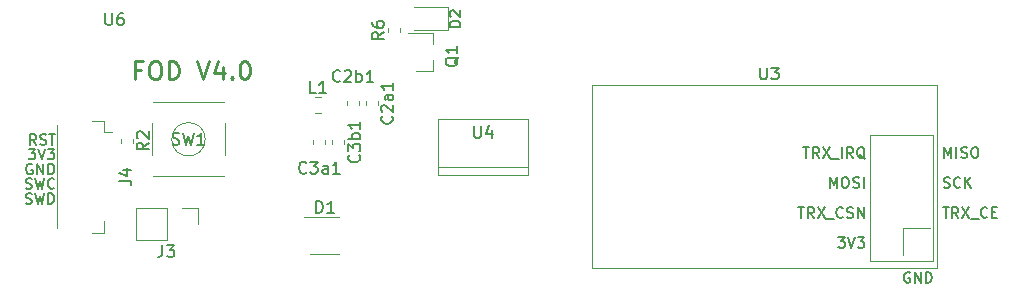
<source format=gto>
%TF.GenerationSoftware,KiCad,Pcbnew,5.99.0-unknown-57e35c9~88~ubuntu19.10.1*%
%TF.CreationDate,2021-08-07T12:38:00-04:00*%
%TF.ProjectId,FOD,464f442e-6b69-4636-9164-5f7063625858,rev?*%
%TF.SameCoordinates,Original*%
%TF.FileFunction,Legend,Top*%
%TF.FilePolarity,Positive*%
%FSLAX46Y46*%
G04 Gerber Fmt 4.6, Leading zero omitted, Abs format (unit mm)*
G04 Created by KiCad (PCBNEW 5.99.0-unknown-57e35c9~88~ubuntu19.10.1) date 2021-08-07 12:38:00*
%MOMM*%
%LPD*%
G01*
G04 APERTURE LIST*
%ADD10C,0.250000*%
%ADD11C,0.200000*%
%ADD12C,0.150000*%
%ADD13C,0.120000*%
G04 APERTURE END LIST*
D10*
X111019642Y-53867857D02*
X110519642Y-53867857D01*
X110519642Y-54653571D02*
X110519642Y-53153571D01*
X111233928Y-53153571D01*
X112091071Y-53153571D02*
X112376785Y-53153571D01*
X112519642Y-53225000D01*
X112662500Y-53367857D01*
X112733928Y-53653571D01*
X112733928Y-54153571D01*
X112662500Y-54439285D01*
X112519642Y-54582142D01*
X112376785Y-54653571D01*
X112091071Y-54653571D01*
X111948214Y-54582142D01*
X111805357Y-54439285D01*
X111733928Y-54153571D01*
X111733928Y-53653571D01*
X111805357Y-53367857D01*
X111948214Y-53225000D01*
X112091071Y-53153571D01*
X113376785Y-54653571D02*
X113376785Y-53153571D01*
X113733928Y-53153571D01*
X113948214Y-53225000D01*
X114091071Y-53367857D01*
X114162500Y-53510714D01*
X114233928Y-53796428D01*
X114233928Y-54010714D01*
X114162500Y-54296428D01*
X114091071Y-54439285D01*
X113948214Y-54582142D01*
X113733928Y-54653571D01*
X113376785Y-54653571D01*
X115805357Y-53153571D02*
X116305357Y-54653571D01*
X116805357Y-53153571D01*
X117948214Y-53653571D02*
X117948214Y-54653571D01*
X117591071Y-53082142D02*
X117233928Y-54153571D01*
X118162500Y-54153571D01*
X118733928Y-54510714D02*
X118805357Y-54582142D01*
X118733928Y-54653571D01*
X118662500Y-54582142D01*
X118733928Y-54510714D01*
X118733928Y-54653571D01*
X119733928Y-53153571D02*
X119876785Y-53153571D01*
X120019642Y-53225000D01*
X120091071Y-53296428D01*
X120162500Y-53439285D01*
X120233928Y-53725000D01*
X120233928Y-54082142D01*
X120162500Y-54367857D01*
X120091071Y-54510714D01*
X120019642Y-54582142D01*
X119876785Y-54653571D01*
X119733928Y-54653571D01*
X119591071Y-54582142D01*
X119519642Y-54510714D01*
X119448214Y-54367857D01*
X119376785Y-54082142D01*
X119376785Y-53725000D01*
X119448214Y-53439285D01*
X119519642Y-53296428D01*
X119591071Y-53225000D01*
X119733928Y-53153571D01*
D11*
X176114285Y-71050000D02*
X176028571Y-71007142D01*
X175900000Y-71007142D01*
X175771428Y-71050000D01*
X175685714Y-71135714D01*
X175642857Y-71221428D01*
X175600000Y-71392857D01*
X175600000Y-71521428D01*
X175642857Y-71692857D01*
X175685714Y-71778571D01*
X175771428Y-71864285D01*
X175900000Y-71907142D01*
X175985714Y-71907142D01*
X176114285Y-71864285D01*
X176157142Y-71821428D01*
X176157142Y-71521428D01*
X175985714Y-71521428D01*
X176542857Y-71907142D02*
X176542857Y-71007142D01*
X177057142Y-71907142D01*
X177057142Y-71007142D01*
X177485714Y-71907142D02*
X177485714Y-71007142D01*
X177700000Y-71007142D01*
X177828571Y-71050000D01*
X177914285Y-71135714D01*
X177957142Y-71221428D01*
X178000000Y-71392857D01*
X178000000Y-71521428D01*
X177957142Y-71692857D01*
X177914285Y-71778571D01*
X177828571Y-71864285D01*
X177700000Y-71907142D01*
X177485714Y-71907142D01*
X170072857Y-68032142D02*
X170630000Y-68032142D01*
X170330000Y-68375000D01*
X170458571Y-68375000D01*
X170544285Y-68417857D01*
X170587142Y-68460714D01*
X170630000Y-68546428D01*
X170630000Y-68760714D01*
X170587142Y-68846428D01*
X170544285Y-68889285D01*
X170458571Y-68932142D01*
X170201428Y-68932142D01*
X170115714Y-68889285D01*
X170072857Y-68846428D01*
X170887142Y-68032142D02*
X171187142Y-68932142D01*
X171487142Y-68032142D01*
X171701428Y-68032142D02*
X172258571Y-68032142D01*
X171958571Y-68375000D01*
X172087142Y-68375000D01*
X172172857Y-68417857D01*
X172215714Y-68460714D01*
X172258571Y-68546428D01*
X172258571Y-68760714D01*
X172215714Y-68846428D01*
X172172857Y-68889285D01*
X172087142Y-68932142D01*
X171830000Y-68932142D01*
X171744285Y-68889285D01*
X171701428Y-68846428D01*
X166687142Y-65492142D02*
X167201428Y-65492142D01*
X166944285Y-66392142D02*
X166944285Y-65492142D01*
X168015714Y-66392142D02*
X167715714Y-65963571D01*
X167501428Y-66392142D02*
X167501428Y-65492142D01*
X167844285Y-65492142D01*
X167930000Y-65535000D01*
X167972857Y-65577857D01*
X168015714Y-65663571D01*
X168015714Y-65792142D01*
X167972857Y-65877857D01*
X167930000Y-65920714D01*
X167844285Y-65963571D01*
X167501428Y-65963571D01*
X168315714Y-65492142D02*
X168915714Y-66392142D01*
X168915714Y-65492142D02*
X168315714Y-66392142D01*
X169044285Y-66477857D02*
X169730000Y-66477857D01*
X170458571Y-66306428D02*
X170415714Y-66349285D01*
X170287142Y-66392142D01*
X170201428Y-66392142D01*
X170072857Y-66349285D01*
X169987142Y-66263571D01*
X169944285Y-66177857D01*
X169901428Y-66006428D01*
X169901428Y-65877857D01*
X169944285Y-65706428D01*
X169987142Y-65620714D01*
X170072857Y-65535000D01*
X170201428Y-65492142D01*
X170287142Y-65492142D01*
X170415714Y-65535000D01*
X170458571Y-65577857D01*
X170801428Y-66349285D02*
X170930000Y-66392142D01*
X171144285Y-66392142D01*
X171230000Y-66349285D01*
X171272857Y-66306428D01*
X171315714Y-66220714D01*
X171315714Y-66135000D01*
X171272857Y-66049285D01*
X171230000Y-66006428D01*
X171144285Y-65963571D01*
X170972857Y-65920714D01*
X170887142Y-65877857D01*
X170844285Y-65835000D01*
X170801428Y-65749285D01*
X170801428Y-65663571D01*
X170844285Y-65577857D01*
X170887142Y-65535000D01*
X170972857Y-65492142D01*
X171187142Y-65492142D01*
X171315714Y-65535000D01*
X171701428Y-66392142D02*
X171701428Y-65492142D01*
X172215714Y-66392142D01*
X172215714Y-65492142D01*
X169387142Y-63852142D02*
X169387142Y-62952142D01*
X169687142Y-63595000D01*
X169987142Y-62952142D01*
X169987142Y-63852142D01*
X170587142Y-62952142D02*
X170758571Y-62952142D01*
X170844285Y-62995000D01*
X170930000Y-63080714D01*
X170972857Y-63252142D01*
X170972857Y-63552142D01*
X170930000Y-63723571D01*
X170844285Y-63809285D01*
X170758571Y-63852142D01*
X170587142Y-63852142D01*
X170501428Y-63809285D01*
X170415714Y-63723571D01*
X170372857Y-63552142D01*
X170372857Y-63252142D01*
X170415714Y-63080714D01*
X170501428Y-62995000D01*
X170587142Y-62952142D01*
X171315714Y-63809285D02*
X171444285Y-63852142D01*
X171658571Y-63852142D01*
X171744285Y-63809285D01*
X171787142Y-63766428D01*
X171830000Y-63680714D01*
X171830000Y-63595000D01*
X171787142Y-63509285D01*
X171744285Y-63466428D01*
X171658571Y-63423571D01*
X171487142Y-63380714D01*
X171401428Y-63337857D01*
X171358571Y-63295000D01*
X171315714Y-63209285D01*
X171315714Y-63123571D01*
X171358571Y-63037857D01*
X171401428Y-62995000D01*
X171487142Y-62952142D01*
X171701428Y-62952142D01*
X171830000Y-62995000D01*
X172215714Y-63852142D02*
X172215714Y-62952142D01*
X167115714Y-60412142D02*
X167630000Y-60412142D01*
X167372857Y-61312142D02*
X167372857Y-60412142D01*
X168444285Y-61312142D02*
X168144285Y-60883571D01*
X167930000Y-61312142D02*
X167930000Y-60412142D01*
X168272857Y-60412142D01*
X168358571Y-60455000D01*
X168401428Y-60497857D01*
X168444285Y-60583571D01*
X168444285Y-60712142D01*
X168401428Y-60797857D01*
X168358571Y-60840714D01*
X168272857Y-60883571D01*
X167930000Y-60883571D01*
X168744285Y-60412142D02*
X169344285Y-61312142D01*
X169344285Y-60412142D02*
X168744285Y-61312142D01*
X169472857Y-61397857D02*
X170158571Y-61397857D01*
X170372857Y-61312142D02*
X170372857Y-60412142D01*
X171315714Y-61312142D02*
X171015714Y-60883571D01*
X170801428Y-61312142D02*
X170801428Y-60412142D01*
X171144285Y-60412142D01*
X171230000Y-60455000D01*
X171272857Y-60497857D01*
X171315714Y-60583571D01*
X171315714Y-60712142D01*
X171272857Y-60797857D01*
X171230000Y-60840714D01*
X171144285Y-60883571D01*
X170801428Y-60883571D01*
X172301428Y-61397857D02*
X172215714Y-61355000D01*
X172130000Y-61269285D01*
X172001428Y-61140714D01*
X171915714Y-61097857D01*
X171830000Y-61097857D01*
X171872857Y-61312142D02*
X171787142Y-61269285D01*
X171701428Y-61183571D01*
X171658571Y-61012142D01*
X171658571Y-60712142D01*
X171701428Y-60540714D01*
X171787142Y-60455000D01*
X171872857Y-60412142D01*
X172044285Y-60412142D01*
X172130000Y-60455000D01*
X172215714Y-60540714D01*
X172258571Y-60712142D01*
X172258571Y-61012142D01*
X172215714Y-61183571D01*
X172130000Y-61269285D01*
X172044285Y-61312142D01*
X171872857Y-61312142D01*
X178915714Y-65492142D02*
X179430000Y-65492142D01*
X179172857Y-66392142D02*
X179172857Y-65492142D01*
X180244285Y-66392142D02*
X179944285Y-65963571D01*
X179730000Y-66392142D02*
X179730000Y-65492142D01*
X180072857Y-65492142D01*
X180158571Y-65535000D01*
X180201428Y-65577857D01*
X180244285Y-65663571D01*
X180244285Y-65792142D01*
X180201428Y-65877857D01*
X180158571Y-65920714D01*
X180072857Y-65963571D01*
X179730000Y-65963571D01*
X180544285Y-65492142D02*
X181144285Y-66392142D01*
X181144285Y-65492142D02*
X180544285Y-66392142D01*
X181272857Y-66477857D02*
X181958571Y-66477857D01*
X182687142Y-66306428D02*
X182644285Y-66349285D01*
X182515714Y-66392142D01*
X182430000Y-66392142D01*
X182301428Y-66349285D01*
X182215714Y-66263571D01*
X182172857Y-66177857D01*
X182130000Y-66006428D01*
X182130000Y-65877857D01*
X182172857Y-65706428D01*
X182215714Y-65620714D01*
X182301428Y-65535000D01*
X182430000Y-65492142D01*
X182515714Y-65492142D01*
X182644285Y-65535000D01*
X182687142Y-65577857D01*
X183072857Y-65920714D02*
X183372857Y-65920714D01*
X183501428Y-66392142D02*
X183072857Y-66392142D01*
X183072857Y-65492142D01*
X183501428Y-65492142D01*
X179001428Y-63809285D02*
X179130000Y-63852142D01*
X179344285Y-63852142D01*
X179430000Y-63809285D01*
X179472857Y-63766428D01*
X179515714Y-63680714D01*
X179515714Y-63595000D01*
X179472857Y-63509285D01*
X179430000Y-63466428D01*
X179344285Y-63423571D01*
X179172857Y-63380714D01*
X179087142Y-63337857D01*
X179044285Y-63295000D01*
X179001428Y-63209285D01*
X179001428Y-63123571D01*
X179044285Y-63037857D01*
X179087142Y-62995000D01*
X179172857Y-62952142D01*
X179387142Y-62952142D01*
X179515714Y-62995000D01*
X180415714Y-63766428D02*
X180372857Y-63809285D01*
X180244285Y-63852142D01*
X180158571Y-63852142D01*
X180030000Y-63809285D01*
X179944285Y-63723571D01*
X179901428Y-63637857D01*
X179858571Y-63466428D01*
X179858571Y-63337857D01*
X179901428Y-63166428D01*
X179944285Y-63080714D01*
X180030000Y-62995000D01*
X180158571Y-62952142D01*
X180244285Y-62952142D01*
X180372857Y-62995000D01*
X180415714Y-63037857D01*
X180801428Y-63852142D02*
X180801428Y-62952142D01*
X181315714Y-63852142D02*
X180930000Y-63337857D01*
X181315714Y-62952142D02*
X180801428Y-63466428D01*
X179044285Y-61312142D02*
X179044285Y-60412142D01*
X179344285Y-61055000D01*
X179644285Y-60412142D01*
X179644285Y-61312142D01*
X180072857Y-61312142D02*
X180072857Y-60412142D01*
X180458571Y-61269285D02*
X180587142Y-61312142D01*
X180801428Y-61312142D01*
X180887142Y-61269285D01*
X180930000Y-61226428D01*
X180972857Y-61140714D01*
X180972857Y-61055000D01*
X180930000Y-60969285D01*
X180887142Y-60926428D01*
X180801428Y-60883571D01*
X180630000Y-60840714D01*
X180544285Y-60797857D01*
X180501428Y-60755000D01*
X180458571Y-60669285D01*
X180458571Y-60583571D01*
X180501428Y-60497857D01*
X180544285Y-60455000D01*
X180630000Y-60412142D01*
X180844285Y-60412142D01*
X180972857Y-60455000D01*
X181530000Y-60412142D02*
X181701428Y-60412142D01*
X181787142Y-60455000D01*
X181872857Y-60540714D01*
X181915714Y-60712142D01*
X181915714Y-61012142D01*
X181872857Y-61183571D01*
X181787142Y-61269285D01*
X181701428Y-61312142D01*
X181530000Y-61312142D01*
X181444285Y-61269285D01*
X181358571Y-61183571D01*
X181315714Y-61012142D01*
X181315714Y-60712142D01*
X181358571Y-60540714D01*
X181444285Y-60455000D01*
X181530000Y-60412142D01*
X101255714Y-65164284D02*
X101384285Y-65207141D01*
X101598571Y-65207141D01*
X101684285Y-65164284D01*
X101727142Y-65121427D01*
X101770000Y-65035713D01*
X101770000Y-64949999D01*
X101727142Y-64864284D01*
X101684285Y-64821427D01*
X101598571Y-64778570D01*
X101427142Y-64735713D01*
X101341428Y-64692856D01*
X101298571Y-64649999D01*
X101255714Y-64564284D01*
X101255714Y-64478570D01*
X101298571Y-64392856D01*
X101341428Y-64349999D01*
X101427142Y-64307141D01*
X101641428Y-64307141D01*
X101770000Y-64349999D01*
X102070000Y-64307141D02*
X102284285Y-65207141D01*
X102455714Y-64564284D01*
X102627142Y-65207141D01*
X102841428Y-64307141D01*
X103184285Y-65207141D02*
X103184285Y-64307141D01*
X103398571Y-64307141D01*
X103527142Y-64349999D01*
X103612857Y-64435713D01*
X103655714Y-64521427D01*
X103698571Y-64692856D01*
X103698571Y-64821427D01*
X103655714Y-64992856D01*
X103612857Y-65078570D01*
X103527142Y-65164284D01*
X103398571Y-65207141D01*
X103184285Y-65207141D01*
X101255714Y-63914284D02*
X101384285Y-63957141D01*
X101598571Y-63957141D01*
X101684285Y-63914284D01*
X101727142Y-63871427D01*
X101770000Y-63785713D01*
X101770000Y-63699999D01*
X101727142Y-63614284D01*
X101684285Y-63571427D01*
X101598571Y-63528570D01*
X101427142Y-63485713D01*
X101341428Y-63442856D01*
X101298571Y-63399999D01*
X101255714Y-63314284D01*
X101255714Y-63228570D01*
X101298571Y-63142856D01*
X101341428Y-63099999D01*
X101427142Y-63057141D01*
X101641428Y-63057141D01*
X101770000Y-63099999D01*
X102070000Y-63057141D02*
X102284285Y-63957141D01*
X102455714Y-63314284D01*
X102627142Y-63957141D01*
X102841428Y-63057141D01*
X103698571Y-63871427D02*
X103655714Y-63914284D01*
X103527142Y-63957141D01*
X103441428Y-63957141D01*
X103312857Y-63914284D01*
X103227142Y-63828570D01*
X103184285Y-63742856D01*
X103141428Y-63571427D01*
X103141428Y-63442856D01*
X103184285Y-63271427D01*
X103227142Y-63185713D01*
X103312857Y-63099999D01*
X103441428Y-63057141D01*
X103527142Y-63057141D01*
X103655714Y-63099999D01*
X103698571Y-63142856D01*
X101812857Y-61849999D02*
X101727142Y-61807141D01*
X101598571Y-61807141D01*
X101470000Y-61849999D01*
X101384285Y-61935713D01*
X101341428Y-62021427D01*
X101298571Y-62192856D01*
X101298571Y-62321427D01*
X101341428Y-62492856D01*
X101384285Y-62578570D01*
X101470000Y-62664284D01*
X101598571Y-62707141D01*
X101684285Y-62707141D01*
X101812857Y-62664284D01*
X101855714Y-62621427D01*
X101855714Y-62321427D01*
X101684285Y-62321427D01*
X102241428Y-62707141D02*
X102241428Y-61807141D01*
X102755714Y-62707141D01*
X102755714Y-61807141D01*
X103184285Y-62707141D02*
X103184285Y-61807141D01*
X103398571Y-61807141D01*
X103527142Y-61849999D01*
X103612857Y-61935713D01*
X103655714Y-62021427D01*
X103698571Y-62192856D01*
X103698571Y-62321427D01*
X103655714Y-62492856D01*
X103612857Y-62578570D01*
X103527142Y-62664284D01*
X103398571Y-62707141D01*
X103184285Y-62707141D01*
X101512857Y-60557141D02*
X102070000Y-60557141D01*
X101770000Y-60899999D01*
X101898571Y-60899999D01*
X101984285Y-60942856D01*
X102027142Y-60985713D01*
X102070000Y-61071427D01*
X102070000Y-61285713D01*
X102027142Y-61371427D01*
X101984285Y-61414284D01*
X101898571Y-61457141D01*
X101641428Y-61457141D01*
X101555714Y-61414284D01*
X101512857Y-61371427D01*
X102327142Y-60557141D02*
X102627142Y-61457141D01*
X102927142Y-60557141D01*
X103141428Y-60557141D02*
X103698571Y-60557141D01*
X103398571Y-60899999D01*
X103527142Y-60899999D01*
X103612857Y-60942856D01*
X103655714Y-60985713D01*
X103698571Y-61071427D01*
X103698571Y-61285713D01*
X103655714Y-61371427D01*
X103612857Y-61414284D01*
X103527142Y-61457141D01*
X103270000Y-61457141D01*
X103184285Y-61414284D01*
X103141428Y-61371427D01*
X102155714Y-60207141D02*
X101855714Y-59778570D01*
X101641428Y-60207141D02*
X101641428Y-59307141D01*
X101984285Y-59307141D01*
X102070000Y-59349999D01*
X102112857Y-59392856D01*
X102155714Y-59478570D01*
X102155714Y-59607141D01*
X102112857Y-59692856D01*
X102070000Y-59735713D01*
X101984285Y-59778570D01*
X101641428Y-59778570D01*
X102498571Y-60164284D02*
X102627142Y-60207141D01*
X102841428Y-60207141D01*
X102927142Y-60164284D01*
X102970000Y-60121427D01*
X103012857Y-60035713D01*
X103012857Y-59949999D01*
X102970000Y-59864284D01*
X102927142Y-59821427D01*
X102841428Y-59778570D01*
X102670000Y-59735713D01*
X102584285Y-59692856D01*
X102541428Y-59649999D01*
X102498571Y-59564284D01*
X102498571Y-59478570D01*
X102541428Y-59392856D01*
X102584285Y-59349999D01*
X102670000Y-59307141D01*
X102884285Y-59307141D01*
X103012857Y-59349999D01*
X103270000Y-59307141D02*
X103784285Y-59307141D01*
X103527142Y-60207141D02*
X103527142Y-59307141D01*
D12*
%TO.C,U6*%
X108013094Y-49077379D02*
X108013094Y-49886903D01*
X108060713Y-49982141D01*
X108108332Y-50029760D01*
X108203570Y-50077379D01*
X108394046Y-50077379D01*
X108489284Y-50029760D01*
X108536903Y-49982141D01*
X108584522Y-49886903D01*
X108584522Y-49077379D01*
X109489284Y-49077379D02*
X109298808Y-49077379D01*
X109203570Y-49124999D01*
X109155951Y-49172618D01*
X109060713Y-49315475D01*
X109013094Y-49505951D01*
X109013094Y-49886903D01*
X109060713Y-49982141D01*
X109108332Y-50029760D01*
X109203570Y-50077379D01*
X109394046Y-50077379D01*
X109489284Y-50029760D01*
X109536903Y-49982141D01*
X109584522Y-49886903D01*
X109584522Y-49648808D01*
X109536903Y-49553570D01*
X109489284Y-49505951D01*
X109394046Y-49458332D01*
X109203570Y-49458332D01*
X109108332Y-49505951D01*
X109060713Y-49553570D01*
X109013094Y-49648808D01*
%TO.C,J4*%
X109202380Y-63258332D02*
X109916666Y-63258332D01*
X110059523Y-63305951D01*
X110154761Y-63401189D01*
X110202380Y-63544046D01*
X110202380Y-63639284D01*
X109535714Y-62353570D02*
X110202380Y-62353570D01*
X109154761Y-62591665D02*
X109869047Y-62829760D01*
X109869047Y-62210713D01*
%TO.C,U4*%
X139238094Y-58627381D02*
X139238094Y-59436905D01*
X139285713Y-59532143D01*
X139333332Y-59579762D01*
X139428570Y-59627381D01*
X139619046Y-59627381D01*
X139714284Y-59579762D01*
X139761903Y-59532143D01*
X139809522Y-59436905D01*
X139809522Y-58627381D01*
X140714284Y-58960715D02*
X140714284Y-59627381D01*
X140476189Y-58579762D02*
X140238094Y-59294048D01*
X140857141Y-59294048D01*
%TO.C,U3*%
X163438095Y-53687379D02*
X163438095Y-54496903D01*
X163485714Y-54592141D01*
X163533333Y-54639760D01*
X163628571Y-54687379D01*
X163819047Y-54687379D01*
X163914285Y-54639760D01*
X163961904Y-54592141D01*
X164009523Y-54496903D01*
X164009523Y-53687379D01*
X164390476Y-53687379D02*
X165009523Y-53687379D01*
X164676190Y-54068332D01*
X164819047Y-54068332D01*
X164914285Y-54115951D01*
X164961904Y-54163570D01*
X165009523Y-54258808D01*
X165009523Y-54496903D01*
X164961904Y-54592141D01*
X164914285Y-54639760D01*
X164819047Y-54687379D01*
X164533333Y-54687379D01*
X164438095Y-54639760D01*
X164390476Y-54592141D01*
%TO.C,SW1*%
X113716666Y-60154761D02*
X113859523Y-60202380D01*
X114097619Y-60202380D01*
X114192857Y-60154761D01*
X114240476Y-60107142D01*
X114288095Y-60011904D01*
X114288095Y-59916666D01*
X114240476Y-59821428D01*
X114192857Y-59773809D01*
X114097619Y-59726190D01*
X113907142Y-59678571D01*
X113811904Y-59630952D01*
X113764285Y-59583333D01*
X113716666Y-59488095D01*
X113716666Y-59392857D01*
X113764285Y-59297619D01*
X113811904Y-59250000D01*
X113907142Y-59202380D01*
X114145238Y-59202380D01*
X114288095Y-59250000D01*
X114621428Y-59202380D02*
X114859523Y-60202380D01*
X115050000Y-59488095D01*
X115240476Y-60202380D01*
X115478571Y-59202380D01*
X116383333Y-60202380D02*
X115811904Y-60202380D01*
X116097619Y-60202380D02*
X116097619Y-59202380D01*
X116002380Y-59345238D01*
X115907142Y-59440476D01*
X115811904Y-59488095D01*
%TO.C,R6*%
X131602380Y-50666666D02*
X131126190Y-51000000D01*
X131602380Y-51238095D02*
X130602380Y-51238095D01*
X130602380Y-50857142D01*
X130650000Y-50761904D01*
X130697619Y-50714285D01*
X130792857Y-50666666D01*
X130935714Y-50666666D01*
X131030952Y-50714285D01*
X131078571Y-50761904D01*
X131126190Y-50857142D01*
X131126190Y-51238095D01*
X130602380Y-49809523D02*
X130602380Y-50000000D01*
X130650000Y-50095238D01*
X130697619Y-50142857D01*
X130840476Y-50238095D01*
X131030952Y-50285714D01*
X131411904Y-50285714D01*
X131507142Y-50238095D01*
X131554761Y-50190476D01*
X131602380Y-50095238D01*
X131602380Y-49904761D01*
X131554761Y-49809523D01*
X131507142Y-49761904D01*
X131411904Y-49714285D01*
X131173809Y-49714285D01*
X131078571Y-49761904D01*
X131030952Y-49809523D01*
X130983333Y-49904761D01*
X130983333Y-50095238D01*
X131030952Y-50190476D01*
X131078571Y-50238095D01*
X131173809Y-50285714D01*
%TO.C,R2*%
X111677380Y-60041666D02*
X111201190Y-60375000D01*
X111677380Y-60613095D02*
X110677380Y-60613095D01*
X110677380Y-60232142D01*
X110725000Y-60136904D01*
X110772619Y-60089285D01*
X110867857Y-60041666D01*
X111010714Y-60041666D01*
X111105952Y-60089285D01*
X111153571Y-60136904D01*
X111201190Y-60232142D01*
X111201190Y-60613095D01*
X110772619Y-59660714D02*
X110725000Y-59613095D01*
X110677380Y-59517857D01*
X110677380Y-59279761D01*
X110725000Y-59184523D01*
X110772619Y-59136904D01*
X110867857Y-59089285D01*
X110963095Y-59089285D01*
X111105952Y-59136904D01*
X111677380Y-59708333D01*
X111677380Y-59089285D01*
%TO.C,Q1*%
X137922619Y-52795238D02*
X137875000Y-52890476D01*
X137779761Y-52985714D01*
X137636904Y-53128571D01*
X137589285Y-53223809D01*
X137589285Y-53319047D01*
X137827380Y-53271428D02*
X137779761Y-53366666D01*
X137684523Y-53461904D01*
X137494047Y-53509523D01*
X137160714Y-53509523D01*
X136970238Y-53461904D01*
X136875000Y-53366666D01*
X136827380Y-53271428D01*
X136827380Y-53080952D01*
X136875000Y-52985714D01*
X136970238Y-52890476D01*
X137160714Y-52842857D01*
X137494047Y-52842857D01*
X137684523Y-52890476D01*
X137779761Y-52985714D01*
X137827380Y-53080952D01*
X137827380Y-53271428D01*
X137827380Y-51890476D02*
X137827380Y-52461904D01*
X137827380Y-52176190D02*
X136827380Y-52176190D01*
X136970238Y-52271428D01*
X137065476Y-52366666D01*
X137113095Y-52461904D01*
%TO.C,L1*%
X125833333Y-55852380D02*
X125357142Y-55852380D01*
X125357142Y-54852380D01*
X126690476Y-55852380D02*
X126119047Y-55852380D01*
X126404761Y-55852380D02*
X126404761Y-54852380D01*
X126309523Y-54995238D01*
X126214285Y-55090476D01*
X126119047Y-55138095D01*
%TO.C,J3*%
X112841666Y-68702380D02*
X112841666Y-69416666D01*
X112794047Y-69559523D01*
X112698809Y-69654761D01*
X112555952Y-69702380D01*
X112460714Y-69702380D01*
X113222619Y-68702380D02*
X113841666Y-68702380D01*
X113508333Y-69083333D01*
X113651190Y-69083333D01*
X113746428Y-69130952D01*
X113794047Y-69178571D01*
X113841666Y-69273809D01*
X113841666Y-69511904D01*
X113794047Y-69607142D01*
X113746428Y-69654761D01*
X113651190Y-69702380D01*
X113365476Y-69702380D01*
X113270238Y-69654761D01*
X113222619Y-69607142D01*
%TO.C,D2*%
X138057142Y-50214285D02*
X137157142Y-50214285D01*
X137157142Y-50000000D01*
X137200000Y-49871428D01*
X137285714Y-49785714D01*
X137371428Y-49742857D01*
X137542857Y-49700000D01*
X137671428Y-49700000D01*
X137842857Y-49742857D01*
X137928571Y-49785714D01*
X138014285Y-49871428D01*
X138057142Y-50000000D01*
X138057142Y-50214285D01*
X137242857Y-49357142D02*
X137200000Y-49314285D01*
X137157142Y-49228571D01*
X137157142Y-49014285D01*
X137200000Y-48928571D01*
X137242857Y-48885714D01*
X137328571Y-48842857D01*
X137414285Y-48842857D01*
X137542857Y-48885714D01*
X138057142Y-49400000D01*
X138057142Y-48842857D01*
%TO.C,D1*%
X125856904Y-65972380D02*
X125856904Y-64972380D01*
X126095000Y-64972380D01*
X126237857Y-65020000D01*
X126333095Y-65115238D01*
X126380714Y-65210476D01*
X126428333Y-65400952D01*
X126428333Y-65543809D01*
X126380714Y-65734285D01*
X126333095Y-65829523D01*
X126237857Y-65924761D01*
X126095000Y-65972380D01*
X125856904Y-65972380D01*
X127380714Y-65972380D02*
X126809285Y-65972380D01*
X127095000Y-65972380D02*
X127095000Y-64972380D01*
X126999761Y-65115238D01*
X126904523Y-65210476D01*
X126809285Y-65258095D01*
%TO.C,C3b1*%
X129487142Y-61095238D02*
X129534761Y-61142857D01*
X129582380Y-61285714D01*
X129582380Y-61380952D01*
X129534761Y-61523809D01*
X129439523Y-61619047D01*
X129344285Y-61666666D01*
X129153809Y-61714285D01*
X129010952Y-61714285D01*
X128820476Y-61666666D01*
X128725238Y-61619047D01*
X128630000Y-61523809D01*
X128582380Y-61380952D01*
X128582380Y-61285714D01*
X128630000Y-61142857D01*
X128677619Y-61095238D01*
X128582380Y-60761904D02*
X128582380Y-60142857D01*
X128963333Y-60476190D01*
X128963333Y-60333333D01*
X129010952Y-60238095D01*
X129058571Y-60190476D01*
X129153809Y-60142857D01*
X129391904Y-60142857D01*
X129487142Y-60190476D01*
X129534761Y-60238095D01*
X129582380Y-60333333D01*
X129582380Y-60619047D01*
X129534761Y-60714285D01*
X129487142Y-60761904D01*
X129582380Y-59714285D02*
X128582380Y-59714285D01*
X128963333Y-59714285D02*
X128915714Y-59619047D01*
X128915714Y-59428571D01*
X128963333Y-59333333D01*
X129010952Y-59285714D01*
X129106190Y-59238095D01*
X129391904Y-59238095D01*
X129487142Y-59285714D01*
X129534761Y-59333333D01*
X129582380Y-59428571D01*
X129582380Y-59619047D01*
X129534761Y-59714285D01*
X129582380Y-58285714D02*
X129582380Y-58857142D01*
X129582380Y-58571428D02*
X128582380Y-58571428D01*
X128725238Y-58666666D01*
X128820476Y-58761904D01*
X128868095Y-58857142D01*
%TO.C,C3a1*%
X125029761Y-62557142D02*
X124982142Y-62604761D01*
X124839285Y-62652380D01*
X124744047Y-62652380D01*
X124601190Y-62604761D01*
X124505952Y-62509523D01*
X124458333Y-62414285D01*
X124410714Y-62223809D01*
X124410714Y-62080952D01*
X124458333Y-61890476D01*
X124505952Y-61795238D01*
X124601190Y-61700000D01*
X124744047Y-61652380D01*
X124839285Y-61652380D01*
X124982142Y-61700000D01*
X125029761Y-61747619D01*
X125363095Y-61652380D02*
X125982142Y-61652380D01*
X125648809Y-62033333D01*
X125791666Y-62033333D01*
X125886904Y-62080952D01*
X125934523Y-62128571D01*
X125982142Y-62223809D01*
X125982142Y-62461904D01*
X125934523Y-62557142D01*
X125886904Y-62604761D01*
X125791666Y-62652380D01*
X125505952Y-62652380D01*
X125410714Y-62604761D01*
X125363095Y-62557142D01*
X126839285Y-62652380D02*
X126839285Y-62128571D01*
X126791666Y-62033333D01*
X126696428Y-61985714D01*
X126505952Y-61985714D01*
X126410714Y-62033333D01*
X126839285Y-62604761D02*
X126744047Y-62652380D01*
X126505952Y-62652380D01*
X126410714Y-62604761D01*
X126363095Y-62509523D01*
X126363095Y-62414285D01*
X126410714Y-62319047D01*
X126505952Y-62271428D01*
X126744047Y-62271428D01*
X126839285Y-62223809D01*
X127839285Y-62652380D02*
X127267857Y-62652380D01*
X127553571Y-62652380D02*
X127553571Y-61652380D01*
X127458333Y-61795238D01*
X127363095Y-61890476D01*
X127267857Y-61938095D01*
%TO.C,C2b1*%
X127889761Y-54807142D02*
X127842142Y-54854761D01*
X127699285Y-54902380D01*
X127604047Y-54902380D01*
X127461190Y-54854761D01*
X127365952Y-54759523D01*
X127318333Y-54664285D01*
X127270714Y-54473809D01*
X127270714Y-54330952D01*
X127318333Y-54140476D01*
X127365952Y-54045238D01*
X127461190Y-53950000D01*
X127604047Y-53902380D01*
X127699285Y-53902380D01*
X127842142Y-53950000D01*
X127889761Y-53997619D01*
X128270714Y-53997619D02*
X128318333Y-53950000D01*
X128413571Y-53902380D01*
X128651666Y-53902380D01*
X128746904Y-53950000D01*
X128794523Y-53997619D01*
X128842142Y-54092857D01*
X128842142Y-54188095D01*
X128794523Y-54330952D01*
X128223095Y-54902380D01*
X128842142Y-54902380D01*
X129270714Y-54902380D02*
X129270714Y-53902380D01*
X129270714Y-54283333D02*
X129365952Y-54235714D01*
X129556428Y-54235714D01*
X129651666Y-54283333D01*
X129699285Y-54330952D01*
X129746904Y-54426190D01*
X129746904Y-54711904D01*
X129699285Y-54807142D01*
X129651666Y-54854761D01*
X129556428Y-54902380D01*
X129365952Y-54902380D01*
X129270714Y-54854761D01*
X130699285Y-54902380D02*
X130127857Y-54902380D01*
X130413571Y-54902380D02*
X130413571Y-53902380D01*
X130318333Y-54045238D01*
X130223095Y-54140476D01*
X130127857Y-54188095D01*
%TO.C,C2a1*%
X132257142Y-57795238D02*
X132304761Y-57842857D01*
X132352380Y-57985714D01*
X132352380Y-58080952D01*
X132304761Y-58223809D01*
X132209523Y-58319047D01*
X132114285Y-58366666D01*
X131923809Y-58414285D01*
X131780952Y-58414285D01*
X131590476Y-58366666D01*
X131495238Y-58319047D01*
X131400000Y-58223809D01*
X131352380Y-58080952D01*
X131352380Y-57985714D01*
X131400000Y-57842857D01*
X131447619Y-57795238D01*
X131447619Y-57414285D02*
X131400000Y-57366666D01*
X131352380Y-57271428D01*
X131352380Y-57033333D01*
X131400000Y-56938095D01*
X131447619Y-56890476D01*
X131542857Y-56842857D01*
X131638095Y-56842857D01*
X131780952Y-56890476D01*
X132352380Y-57461904D01*
X132352380Y-56842857D01*
X132352380Y-55985714D02*
X131828571Y-55985714D01*
X131733333Y-56033333D01*
X131685714Y-56128571D01*
X131685714Y-56319047D01*
X131733333Y-56414285D01*
X132304761Y-55985714D02*
X132352380Y-56080952D01*
X132352380Y-56319047D01*
X132304761Y-56414285D01*
X132209523Y-56461904D01*
X132114285Y-56461904D01*
X132019047Y-56414285D01*
X131971428Y-56319047D01*
X131971428Y-56080952D01*
X131923809Y-55985714D01*
X132352380Y-54985714D02*
X132352380Y-55557142D01*
X132352380Y-55271428D02*
X131352380Y-55271428D01*
X131495238Y-55366666D01*
X131590476Y-55461904D01*
X131638095Y-55557142D01*
D13*
%TO.C,J4*%
X103940000Y-58559999D02*
X103940000Y-67289999D01*
X107860000Y-67659999D02*
X107860000Y-66709999D01*
X106910000Y-67659999D02*
X107860000Y-67659999D01*
X107860000Y-59139999D02*
X108550000Y-59139999D01*
X107860000Y-58189999D02*
X107860000Y-59139999D01*
X106910000Y-58189999D02*
X107860000Y-58189999D01*
%TO.C,U4*%
X143814999Y-62070000D02*
X136194999Y-62070000D01*
X136194999Y-62770000D02*
X136194999Y-58070000D01*
X143814999Y-62770000D02*
X136194999Y-62770000D01*
X143814999Y-58070000D02*
X143814999Y-62770000D01*
X136194999Y-58070000D02*
X143814999Y-58070000D01*
%TO.C,U3*%
X178070000Y-70049000D02*
X178070000Y-70049000D01*
X178070000Y-59381000D02*
X178070000Y-70049000D01*
X178400000Y-70625000D02*
X178400000Y-70625000D01*
X178400000Y-55175000D02*
X178400000Y-70625000D01*
X149200000Y-55175000D02*
X178400000Y-55175000D01*
X149200000Y-70625000D02*
X149200000Y-55175000D01*
X178400000Y-70625000D02*
X149200000Y-70625000D01*
X177816000Y-67255000D02*
X177816000Y-67255000D01*
X175530000Y-67255000D02*
X177816000Y-67255000D01*
X175530000Y-69541000D02*
X175530000Y-67255000D01*
X178070000Y-59381000D02*
X178070000Y-59381000D01*
X172736000Y-59381000D02*
X178070000Y-59381000D01*
X172736000Y-70049000D02*
X172736000Y-59381000D01*
X178070000Y-70049000D02*
X172736000Y-70049000D01*
%TO.C,SW1*%
X118170000Y-58410000D02*
X118170000Y-61090000D01*
X111930000Y-61090000D02*
X111930000Y-58410000D01*
X112080000Y-56630000D02*
X118020000Y-56630000D01*
X112080000Y-62870000D02*
X118020000Y-62870000D01*
X116464214Y-59750000D02*
G75*
G03*
X116464214Y-59750000I-1414214J0D01*
G01*
%TO.C,R6*%
X132985000Y-50671267D02*
X132985000Y-50328733D01*
X131965000Y-50671267D02*
X131965000Y-50328733D01*
%TO.C,R2*%
X110360000Y-60046267D02*
X110360000Y-59703733D01*
X109340000Y-60046267D02*
X109340000Y-59703733D01*
%TO.C,Q1*%
X135785000Y-53930000D02*
X134325000Y-53930000D01*
X135785000Y-50770000D02*
X133625000Y-50770000D01*
X135785000Y-50770000D02*
X135785000Y-51700000D01*
X135785000Y-53930000D02*
X135785000Y-53000000D01*
%TO.C,L1*%
X126261252Y-56140000D02*
X125738748Y-56140000D01*
X126261252Y-57560000D02*
X125738748Y-57560000D01*
%TO.C,J3*%
X115830000Y-65595000D02*
X115830000Y-66925000D01*
X114500000Y-65595000D02*
X115830000Y-65595000D01*
X113230000Y-65595000D02*
X113230000Y-68255000D01*
X113230000Y-68255000D02*
X110630000Y-68255000D01*
X113230000Y-65595000D02*
X110630000Y-65595000D01*
X110630000Y-65595000D02*
X110630000Y-68255000D01*
%TO.C,D2*%
X137035000Y-48590000D02*
X134175000Y-48590000D01*
X137035000Y-50510000D02*
X137035000Y-48590000D01*
X134175000Y-50510000D02*
X137035000Y-50510000D01*
%TO.C,D1*%
X127775000Y-66350000D02*
X124825000Y-66350000D01*
X125375000Y-69450000D02*
X127775000Y-69450000D01*
%TO.C,C3b1*%
X127190000Y-59828733D02*
X127190000Y-60171267D01*
X128210000Y-59828733D02*
X128210000Y-60171267D01*
%TO.C,C3a1*%
X125615000Y-59828733D02*
X125615000Y-60171267D01*
X126635000Y-59828733D02*
X126635000Y-60171267D01*
%TO.C,C2b1*%
X129510000Y-56871267D02*
X129510000Y-56528733D01*
X128490000Y-56871267D02*
X128490000Y-56528733D01*
%TO.C,C2a1*%
X131060000Y-56871267D02*
X131060000Y-56528733D01*
X130040000Y-56871267D02*
X130040000Y-56528733D01*
%TD*%
M02*

</source>
